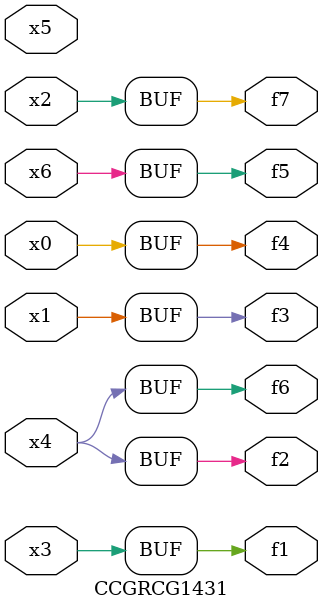
<source format=v>
module CCGRCG1431(
	input x0, x1, x2, x3, x4, x5, x6,
	output f1, f2, f3, f4, f5, f6, f7
);
	assign f1 = x3;
	assign f2 = x4;
	assign f3 = x1;
	assign f4 = x0;
	assign f5 = x6;
	assign f6 = x4;
	assign f7 = x2;
endmodule

</source>
